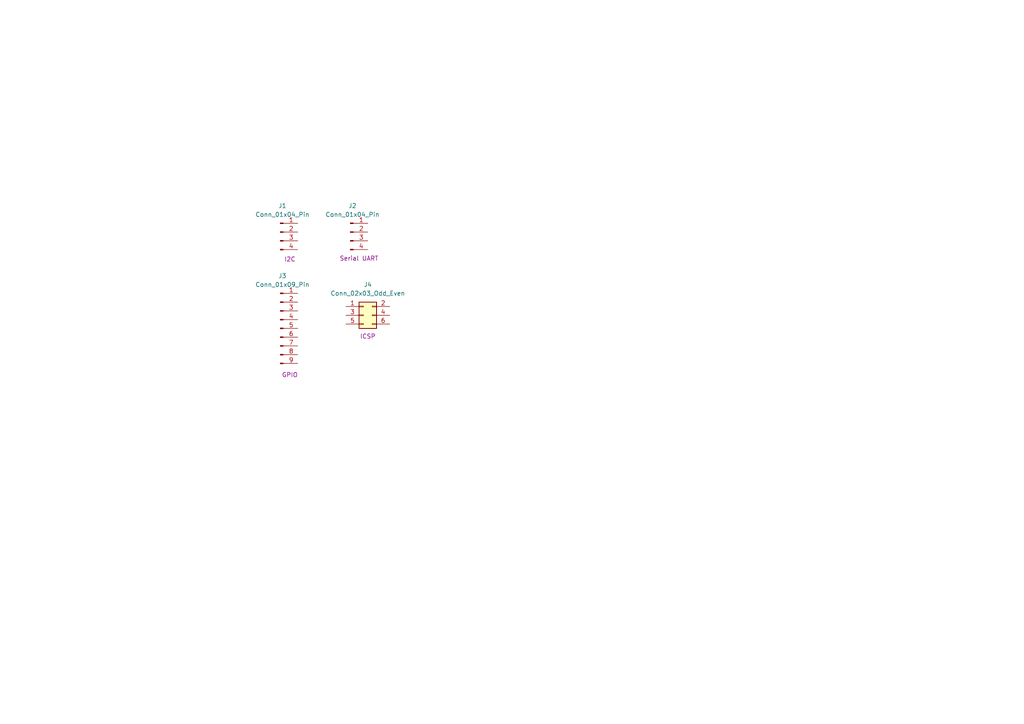
<source format=kicad_sch>
(kicad_sch (version 20250114) (generator "eeschema") (generator_version "9.0")
  (paper "A4")
  (lib_symbols
    (symbol "Connector:Conn_01x04_Pin" (pin_names (offset 1.016) (hide yes))
      (property "Reference" "J" (at 0 5.08 0))
      (property "Value" "Conn_01x04_Pin" (at 0 -7.62 0))
      (symbol "Conn_01x04_Pin_1_1"
        (rectangle (start 0.8636 2.667) (end 0 2.413) (stroke (width 0.1524)) (fill (type outline)))
        (rectangle (start 0.8636 0.127) (end 0 -0.127) (stroke (width 0.1524)) (fill (type outline)))
        (rectangle (start 0.8636 -2.413) (end 0 -2.667) (stroke (width 0.1524)) (fill (type outline)))
        (rectangle (start 0.8636 -4.953) (end 0 -5.207) (stroke (width 0.1524)) (fill (type outline)))
        (polyline (pts (xy 1.27 2.54) (xy 0.8636 2.54)) (stroke (width 0.1524)))
        (polyline (pts (xy 1.27 0) (xy 0.8636 0)) (stroke (width 0.1524)))
        (polyline (pts (xy 1.27 -2.54) (xy 0.8636 -2.54)) (stroke (width 0.1524)))
        (polyline (pts (xy 1.27 -5.08) (xy 0.8636 -5.08)) (stroke (width 0.1524)))
        (pin passive line (at 5.08 2.54 180) (length 3.81) (name "Pin_1") (number "1"))
        (pin passive line (at 5.08 0 180) (length 3.81) (name "Pin_2") (number "2"))
        (pin passive line (at 5.08 -2.54 180) (length 3.81) (name "Pin_3") (number "3"))
        (pin passive line (at 5.08 -5.08 180) (length 3.81) (name "Pin_4") (number "4"))
      )
    )
    (symbol "Connector:Conn_01x09_Pin" (pin_names (offset 1.016) (hide yes))
      (property "Reference" "J" (at 0 12.7 0))
      (property "Value" "Conn_01x09_Pin" (at 0 -12.7 0))
      (symbol "Conn_01x09_Pin_1_1"
        (rectangle (start 0.8636 10.287) (end 0 10.033) (stroke (width 0.1524)) (fill (type outline)))
        (rectangle (start 0.8636 7.747) (end 0 7.493) (stroke (width 0.1524)) (fill (type outline)))
        (rectangle (start 0.8636 5.207) (end 0 4.953) (stroke (width 0.1524)) (fill (type outline)))
        (rectangle (start 0.8636 2.667) (end 0 2.413) (stroke (width 0.1524)) (fill (type outline)))
        (rectangle (start 0.8636 0.127) (end 0 -0.127) (stroke (width 0.1524)) (fill (type outline)))
        (rectangle (start 0.8636 -2.413) (end 0 -2.667) (stroke (width 0.1524)) (fill (type outline)))
        (rectangle (start 0.8636 -4.953) (end 0 -5.207) (stroke (width 0.1524)) (fill (type outline)))
        (rectangle (start 0.8636 -7.493) (end 0 -7.747) (stroke (width 0.1524)) (fill (type outline)))
        (rectangle (start 0.8636 -10.033) (end 0 -10.287) (stroke (width 0.1524)) (fill (type outline)))
        (polyline (pts (xy 1.27 10.16) (xy 0.8636 10.16)) (stroke (width 0.1524)))
        (polyline (pts (xy 1.27 7.62) (xy 0.8636 7.62)) (stroke (width 0.1524)))
        (polyline (pts (xy 1.27 5.08) (xy 0.8636 5.08)) (stroke (width 0.1524)))
        (polyline (pts (xy 1.27 2.54) (xy 0.8636 2.54)) (stroke (width 0.1524)))
        (polyline (pts (xy 1.27 0) (xy 0.8636 0)) (stroke (width 0.1524)))
        (polyline (pts (xy 1.27 -2.54) (xy 0.8636 -2.54)) (stroke (width 0.1524)))
        (polyline (pts (xy 1.27 -5.08) (xy 0.8636 -5.08)) (stroke (width 0.1524)))
        (polyline (pts (xy 1.27 -7.62) (xy 0.8636 -7.62)) (stroke (width 0.1524)))
        (polyline (pts (xy 1.27 -10.16) (xy 0.8636 -10.16)) (stroke (width 0.1524)))
        (pin passive line (at 5.08 10.16 180) (length 3.81) (name "Pin_1") (number "1"))
        (pin passive line (at 5.08 7.62 180) (length 3.81) (name "Pin_2") (number "2"))
        (pin passive line (at 5.08 5.08 180) (length 3.81) (name "Pin_3") (number "3"))
        (pin passive line (at 5.08 2.54 180) (length 3.81) (name "Pin_4") (number "4"))
        (pin passive line (at 5.08 0 180) (length 3.81) (name "Pin_5") (number "5"))
        (pin passive line (at 5.08 -2.54 180) (length 3.81) (name "Pin_6") (number "6"))
        (pin passive line (at 5.08 -5.08 180) (length 3.81) (name "Pin_7") (number "7"))
        (pin passive line (at 5.08 -7.62 180) (length 3.81) (name "Pin_8") (number "8"))
        (pin passive line (at 5.08 -10.16 180) (length 3.81) (name "Pin_9") (number "9"))
      )
    )
    (symbol "Connector_Generic:Conn_02x03_Odd_Even" (pin_names (offset 1.016) (hide yes))
      (property "Reference" "J" (at 1.27 5.08 0))
      (property "Value" "Conn_02x03_Odd_Even" (at 1.27 -5.08 0))
      (symbol "Conn_02x03_Odd_Even_1_1"
        (rectangle (start -1.27 3.81) (end 3.81 -3.81) (stroke (width 0.254)) (fill (type background)))
        (rectangle (start -1.27 2.667) (end 0 2.413) (stroke (width 0.1524)))
        (rectangle (start -1.27 0.127) (end 0 -0.127) (stroke (width 0.1524)))
        (rectangle (start -1.27 -2.413) (end 0 -2.667) (stroke (width 0.1524)))
        (rectangle (start 3.81 2.667) (end 2.54 2.413) (stroke (width 0.1524)))
        (rectangle (start 3.81 0.127) (end 2.54 -0.127) (stroke (width 0.1524)))
        (rectangle (start 3.81 -2.413) (end 2.54 -2.667) (stroke (width 0.1524)))
        (pin passive line (at -5.08 2.54 0) (length 3.81) (name "Pin_1") (number "1"))
        (pin passive line (at -5.08 0 0) (length 3.81) (name "Pin_3") (number "3"))
        (pin passive line (at -5.08 -2.54 0) (length 3.81) (name "Pin_5") (number "5"))
        (pin passive line (at 7.62 2.54 180) (length 3.81) (name "Pin_2") (number "2"))
        (pin passive line (at 7.62 0 180) (length 3.81) (name "Pin_4") (number "4"))
        (pin passive line (at 7.62 -2.54 180) (length 3.81) (name "Pin_6") (number "6"))
      )
    )
  )
  (symbol (lib_id "Connector_Generic:Conn_02x03_Odd_Even") (at 105.41 91.44 0) (unit 1)
    (property "Reference" "J4" (at 106.68 82.55 0))
    (property "Value" "Conn_02x03_Odd_Even" (at 106.68 85.09 0))
    (property "Description" "Generic connector, double row, 02x03, odd/even pin numbering scheme (row 1 odd numbers, row 2 even numbers), script generated (kicad-library-utils/schlib/autogen/connector/)" (effects (hide yes)))
    (property "Purpose" "ICSP" (at 106.68 97.536 0))
  )
  (symbol (lib_id "Connector:Conn_01x04_Pin") (at 81.28 67.31 0) (unit 1)
    (property "Reference" "J1" (at 81.915 59.69 0))
    (property "Value" "Conn_01x04_Pin" (at 81.915 62.23 0))
    (property "Description" "Generic connector, single row, 01x04, script generated" (effects (hide yes)))
    (property "Purpose" "I2C" (at 84.074 75.184 0))
  )
  (symbol (lib_id "Connector:Conn_01x04_Pin") (at 101.6 67.31 0) (unit 1)
    (property "Reference" "J2" (at 102.235 59.69 0))
    (property "Value" "Conn_01x04_Pin" (at 102.235 62.23 0))
    (property "Description" "Generic connector, single row, 01x04, script generated" (effects (hide yes)))
    (property "Purpose" "Serial UART" (at 104.14 74.93 0))
  )
  (symbol (lib_id "Connector:Conn_01x09_Pin") (at 81.28 95.25 0) (unit 1)
    (property "Reference" "J3" (at 81.915 80.01 0))
    (property "Value" "Conn_01x09_Pin" (at 81.915 82.55 0))
    (property "Description" "Generic connector, single row, 01x09, script generated" (effects (hide yes)))
    (property "Purpose" "GPIO" (at 84.074 108.712 0))
  )
)
</source>
